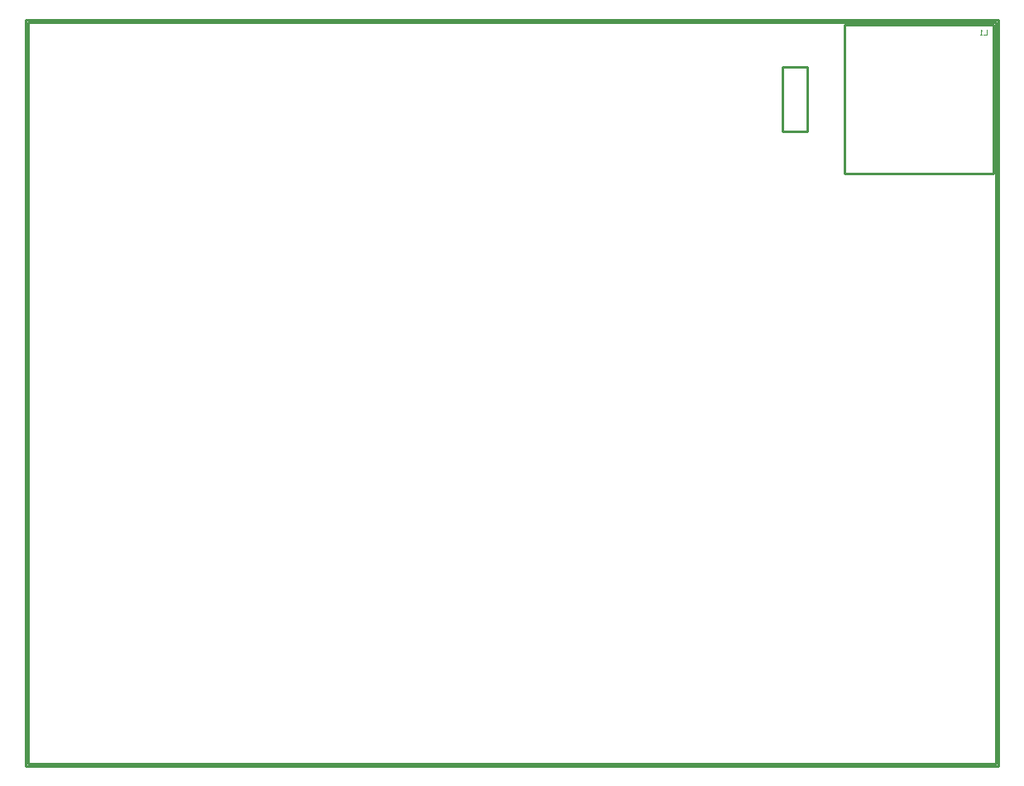
<source format=gbo>
G04*
G04 #@! TF.GenerationSoftware,Altium Limited,Altium Designer,20.1.11 (218)*
G04*
G04 Layer_Color=32896*
%FSLAX25Y25*%
%MOIN*%
G70*
G04*
G04 #@! TF.SameCoordinates,9738943D-FDB6-407F-A489-FF49C37398C0*
G04*
G04*
G04 #@! TF.FilePolarity,Positive*
G04*
G01*
G75*
%ADD11C,0.01000*%
%ADD19C,0.00300*%
D11*
X305000Y256000D02*
X315000D01*
X305000D02*
Y282000D01*
X315000D01*
Y256000D02*
Y282000D01*
X330000Y299000D02*
X390000D01*
X330000Y239000D02*
Y299000D01*
Y239000D02*
X390000D01*
Y299000D01*
X1000Y1000D02*
X391000D01*
Y300000D01*
X1000D02*
X391000D01*
X1000Y1000D02*
Y300000D01*
X0Y0D02*
X392000D01*
Y301000D01*
X0D02*
X392000D01*
X0Y0D02*
Y301000D01*
D19*
X387333Y297000D02*
Y295000D01*
X386000D01*
X385334D02*
X384667D01*
X385000D01*
Y297000D01*
X385334Y296667D01*
M02*

</source>
